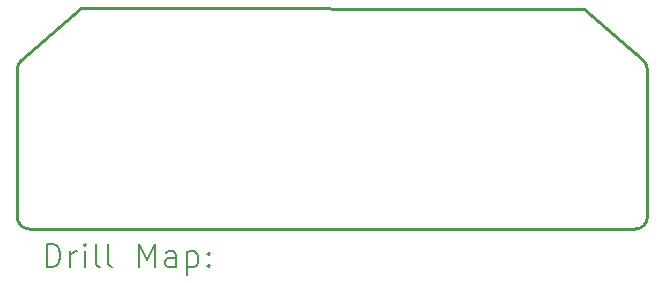
<source format=gbr>
%TF.GenerationSoftware,KiCad,Pcbnew,7.0.9*%
%TF.CreationDate,2024-04-07T02:27:11-04:00*%
%TF.ProjectId,rearbox_peripheral_io_bottom,72656172-626f-4785-9f70-657269706865,rev?*%
%TF.SameCoordinates,Original*%
%TF.FileFunction,Drillmap*%
%TF.FilePolarity,Positive*%
%FSLAX45Y45*%
G04 Gerber Fmt 4.5, Leading zero omitted, Abs format (unit mm)*
G04 Created by KiCad (PCBNEW 7.0.9) date 2024-04-07 02:27:11*
%MOMM*%
%LPD*%
G01*
G04 APERTURE LIST*
%ADD10C,0.250000*%
%ADD11C,0.200000*%
G04 APERTURE END LIST*
D10*
X5041900Y-8002600D02*
G75*
G03*
X5141900Y-8102600I100000J0D01*
G01*
X10275900Y-8102600D02*
G75*
G03*
X10375900Y-8002600I0J100000D01*
G01*
X9842000Y-6237000D02*
X10341750Y-6675719D01*
X10275900Y-8102600D02*
X10132366Y-8102600D01*
X10375898Y-6750977D02*
G75*
G03*
X10341750Y-6675719I-99988J7D01*
G01*
X5076050Y-6675719D02*
X5581436Y-6233585D01*
X5581436Y-6233585D02*
X9842000Y-6237000D01*
X5041900Y-8002600D02*
X5041900Y-6750977D01*
X5076051Y-6675721D02*
G75*
G03*
X5041900Y-6750977I65849J-75259D01*
G01*
X10132366Y-8102600D02*
X5141900Y-8102600D01*
X10375900Y-6750977D02*
X10375900Y-8002600D01*
D11*
X5290177Y-8426584D02*
X5290177Y-8226584D01*
X5290177Y-8226584D02*
X5337796Y-8226584D01*
X5337796Y-8226584D02*
X5366367Y-8236108D01*
X5366367Y-8236108D02*
X5385415Y-8255155D01*
X5385415Y-8255155D02*
X5394939Y-8274203D01*
X5394939Y-8274203D02*
X5404463Y-8312298D01*
X5404463Y-8312298D02*
X5404463Y-8340869D01*
X5404463Y-8340869D02*
X5394939Y-8378965D01*
X5394939Y-8378965D02*
X5385415Y-8398012D01*
X5385415Y-8398012D02*
X5366367Y-8417060D01*
X5366367Y-8417060D02*
X5337796Y-8426584D01*
X5337796Y-8426584D02*
X5290177Y-8426584D01*
X5490177Y-8426584D02*
X5490177Y-8293250D01*
X5490177Y-8331346D02*
X5499701Y-8312298D01*
X5499701Y-8312298D02*
X5509224Y-8302774D01*
X5509224Y-8302774D02*
X5528272Y-8293250D01*
X5528272Y-8293250D02*
X5547320Y-8293250D01*
X5613986Y-8426584D02*
X5613986Y-8293250D01*
X5613986Y-8226584D02*
X5604462Y-8236108D01*
X5604462Y-8236108D02*
X5613986Y-8245631D01*
X5613986Y-8245631D02*
X5623510Y-8236108D01*
X5623510Y-8236108D02*
X5613986Y-8226584D01*
X5613986Y-8226584D02*
X5613986Y-8245631D01*
X5737796Y-8426584D02*
X5718748Y-8417060D01*
X5718748Y-8417060D02*
X5709224Y-8398012D01*
X5709224Y-8398012D02*
X5709224Y-8226584D01*
X5842558Y-8426584D02*
X5823510Y-8417060D01*
X5823510Y-8417060D02*
X5813986Y-8398012D01*
X5813986Y-8398012D02*
X5813986Y-8226584D01*
X6071129Y-8426584D02*
X6071129Y-8226584D01*
X6071129Y-8226584D02*
X6137796Y-8369441D01*
X6137796Y-8369441D02*
X6204462Y-8226584D01*
X6204462Y-8226584D02*
X6204462Y-8426584D01*
X6385415Y-8426584D02*
X6385415Y-8321822D01*
X6385415Y-8321822D02*
X6375891Y-8302774D01*
X6375891Y-8302774D02*
X6356843Y-8293250D01*
X6356843Y-8293250D02*
X6318748Y-8293250D01*
X6318748Y-8293250D02*
X6299701Y-8302774D01*
X6385415Y-8417060D02*
X6366367Y-8426584D01*
X6366367Y-8426584D02*
X6318748Y-8426584D01*
X6318748Y-8426584D02*
X6299701Y-8417060D01*
X6299701Y-8417060D02*
X6290177Y-8398012D01*
X6290177Y-8398012D02*
X6290177Y-8378965D01*
X6290177Y-8378965D02*
X6299701Y-8359917D01*
X6299701Y-8359917D02*
X6318748Y-8350393D01*
X6318748Y-8350393D02*
X6366367Y-8350393D01*
X6366367Y-8350393D02*
X6385415Y-8340869D01*
X6480653Y-8293250D02*
X6480653Y-8493250D01*
X6480653Y-8302774D02*
X6499701Y-8293250D01*
X6499701Y-8293250D02*
X6537796Y-8293250D01*
X6537796Y-8293250D02*
X6556843Y-8302774D01*
X6556843Y-8302774D02*
X6566367Y-8312298D01*
X6566367Y-8312298D02*
X6575891Y-8331346D01*
X6575891Y-8331346D02*
X6575891Y-8388488D01*
X6575891Y-8388488D02*
X6566367Y-8407536D01*
X6566367Y-8407536D02*
X6556843Y-8417060D01*
X6556843Y-8417060D02*
X6537796Y-8426584D01*
X6537796Y-8426584D02*
X6499701Y-8426584D01*
X6499701Y-8426584D02*
X6480653Y-8417060D01*
X6661605Y-8407536D02*
X6671129Y-8417060D01*
X6671129Y-8417060D02*
X6661605Y-8426584D01*
X6661605Y-8426584D02*
X6652082Y-8417060D01*
X6652082Y-8417060D02*
X6661605Y-8407536D01*
X6661605Y-8407536D02*
X6661605Y-8426584D01*
X6661605Y-8302774D02*
X6671129Y-8312298D01*
X6671129Y-8312298D02*
X6661605Y-8321822D01*
X6661605Y-8321822D02*
X6652082Y-8312298D01*
X6652082Y-8312298D02*
X6661605Y-8302774D01*
X6661605Y-8302774D02*
X6661605Y-8321822D01*
M02*

</source>
